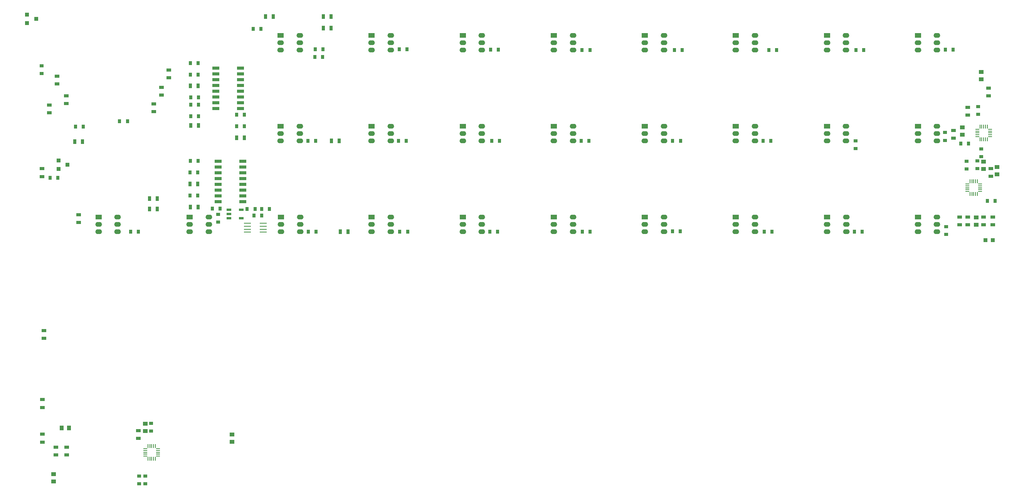
<source format=gtp>
%FSLAX33Y33*%
%MOMM*%
%AMRect-W741421-H941421-RO1.000*
21,1,0.741421,0.941421,0.,0.,180*%
%AMRR-H1089615-W1469615-R544807-RO0.000*
21,1,0.380001,1.089615,0.,0.,360*
21,1,1.469615,0.000001,0.,0.,360*
1,1,1.089614,-0.1900005,0.0000005*
1,1,1.089614,0.1900005,0.0000005*
1,1,1.089614,0.1900005,-0.0000005*
1,1,1.089614,-0.1900005,-0.0000005*%
%AMRR-H192474-W893701-R96237-RO0.000*
21,1,0.701227,0.192474,0.,0.,360*
1,1,0.192474,-0.3506135,0.*
1,1,0.192474,0.3506135,0.*
1,1,0.192474,0.3506135,-0.*
1,1,0.192474,-0.3506135,0.*%
%AMRR-H893701-W192474-R96237-RO0.000*
21,1,0.192474,0.701227,0.,0.,360*
1,1,0.192474,0.,0.3506135*
1,1,0.192474,0.,0.3506135*
1,1,0.192474,0.,-0.3506135*
1,1,0.192474,-0.,-0.3506135*%
%AMRect-W670710-H870710-RO0.500*
21,1,0.67071,0.87071,0.,0.,270*%
%AMRect-W842120-H941421-RO0.500*
21,1,0.84212,0.941421,0.,0.,270*%
%AMRect-W741421-H941421-RO1.500*
21,1,0.741421,0.941421,0.,0.,90*%
%AMRect-W800000-H900000-RO0.500*
21,1,0.8,0.9,0.,0.,270*%
%AMRect-W741421-H941421-RO0.500*
21,1,0.741421,0.941421,0.,0.,270*%
%AMRect-W670710-H870710-RO1.000*
21,1,0.67071,0.87071,0.,0.,180*%
%AMRect-W842120-H941421-RO1.500*
21,1,0.84212,0.941421,0.,0.,90*%
%AMRect-W670710-H870710-RO1.500*
21,1,0.67071,0.87071,0.,0.,90*%
%AMRect-W893701-H192474-RO1.000*
21,1,0.893701,0.192474,0.,0.,180*%
%AMRR-H192474-W893701-R96237-RO1.000*
21,1,0.701227,0.192474,0.,0.,180*
1,1,0.192474,0.3506135,-0.*
1,1,0.192474,-0.3506135,-0.*
1,1,0.192474,-0.3506135,0.*
1,1,0.192474,0.3506135,0.*%
%AMRR-H893701-W192474-R96237-RO1.000*
21,1,0.192474,0.701227,0.,0.,180*
1,1,0.192474,0.,-0.3506135*
1,1,0.192474,-0.,-0.3506135*
1,1,0.192474,-0.,0.3506135*
1,1,0.192474,0.,0.3506135*%
%AMRect-W842120-H941421-RO1.000*
21,1,0.84212,0.941421,0.,0.,180*%
%AMRect-W600000-H1500000-RO1.500*
21,1,0.6,1.5,0.,0.,90*%
%AMRR-H250000-W1550000-R125000-RO0.000*
21,1,1.3,0.25,0.,0.,360*
1,1,0.25,-0.65,0.*
1,1,0.25,0.65,0.*
1,1,0.25,0.65,-0.*
1,1,0.25,-0.65,0.*%
%ADD10Rect-W741421-H941421-RO1.000*%
%ADD11R,0.67071X0.87071*%
%ADD12R,1.469615X1.089615*%
%ADD13RR-H1089615-W1469615-R544807-RO0.000*%
%ADD14R,0.741421X0.941421*%
%ADD15R,0.893701X0.192474*%
%ADD16RR-H192474-W893701-R96237-RO0.000*%
%ADD17RR-H893701-W192474-R96237-RO0.000*%
%ADD18Rect-W670710-H870710-RO0.500*%
%ADD19Rect-W842120-H941421-RO0.500*%
%ADD20Rect-W741421-H941421-RO1.500*%
%ADD21Rect-W800000-H900000-RO0.500*%
%ADD22Rect-W741421-H941421-RO0.500*%
%ADD23Rect-W670710-H870710-RO1.000*%
%ADD24Rect-W842120-H941421-RO1.500*%
%ADD25Rect-W670710-H870710-RO1.500*%
%ADD26Rect-W893701-H192474-RO1.000*%
%ADD27RR-H192474-W893701-R96237-RO1.000*%
%ADD28RR-H893701-W192474-R96237-RO1.000*%
%ADD29R,1.05X0.6*%
%ADD30Rect-W842120-H941421-RO1.000*%
%ADD31Rect-W600000-H1500000-RO1.500*%
%ADD32R,0.84212X0.941421*%
%ADD33R,1.55X0.25*%
%ADD34RR-H250000-W1550000-R125000-RO0.000*%
D10*
%LNtop paste_traces*%
%LNtop paste component 2cb417fd89b64ff1*%
G01*
X68985Y125755D03*
X67285Y125755D03*
%LNtop paste component cb32256eb6e29e30*%
D11*
X84075Y78445D03*
X85775Y78445D03*
%LNtop paste component 50e8ad344c7d4b8f*%
D12*
X177900Y101645D03*
D13*
X182100Y98445D03*
X177900Y98445D03*
X182100Y101645D03*
X182100Y100045D03*
X177900Y100045D03*
%LNtop paste component 87d4757989b5faab*%
D14*
X48204Y104205D03*
X49904Y104205D03*
%LNtop paste component ac3db5670584ae1c*%
D15*
X210936Y100975D03*
D16*
X210936Y100575D03*
X210936Y100175D03*
X210936Y99775D03*
X210936Y99375D03*
X213714Y99375D03*
X213714Y99775D03*
X213714Y100175D03*
X213714Y100575D03*
X213714Y100975D03*
D17*
X211525Y98786D03*
X211925Y98786D03*
X212325Y98786D03*
X212725Y98786D03*
X213125Y98786D03*
X213125Y101564D03*
X212725Y101564D03*
X212325Y101564D03*
X211925Y101564D03*
X211525Y101564D03*
%LNtop paste component b027ff144b44c17e*%
D18*
X211793Y96669D03*
X211793Y94969D03*
%LNtop paste component 208970e27ef767f2*%
D12*
X97900Y121645D03*
D13*
X102100Y118445D03*
X97900Y118445D03*
X102100Y121645D03*
X102100Y120045D03*
X97900Y120045D03*
%LNtop paste component e6c093e4fb0ef7fd*%
D12*
X137900Y101645D03*
D13*
X142100Y98445D03*
X137900Y98445D03*
X142100Y101645D03*
X142100Y100045D03*
X137900Y100045D03*
%LNtop paste component cb78a816f7b119bb*%
D19*
X8029Y25075D03*
X8029Y23475D03*
%LNtop paste component 7f1e47caf152ae98*%
D11*
X65480Y118554D03*
X67180Y118554D03*
%LNtop paste component 58a1288a180aeb08*%
D20*
X207025Y79938D03*
X207025Y81638D03*
%LNtop paste component 101642b7feb7559f*%
D11*
X63950Y78450D03*
X65650Y78450D03*
%LNtop paste component 4aa0ec8f7d4abd44*%
X104300Y98445D03*
X106000Y98445D03*
%LNtop paste component 5dcb23a1593b6b07*%
D21*
X2200Y126200D03*
X2200Y124300D03*
X4200Y125250D03*
%LNtop paste component 39d65e26780576d4*%
D11*
X164150Y78445D03*
X165850Y78445D03*
%LNtop paste component d38423d823e8d2e1*%
D12*
X17900Y81645D03*
D13*
X22100Y78445D03*
X17900Y78445D03*
X22100Y81645D03*
X22100Y80045D03*
X17900Y80045D03*
%LNtop paste component 6f74c3785349d0d5*%
D11*
X124175Y78445D03*
X125875Y78445D03*
%LNtop paste component 26c1b4b607a29686*%
D18*
X5375Y114925D03*
X5375Y113225D03*
%LNtop paste component 7d0a4e2d061378cf*%
D10*
X39748Y83885D03*
X38048Y83885D03*
%LNtop paste component 19b7ae7034783336*%
D22*
X214348Y81705D03*
X214348Y80005D03*
%LNtop paste component 3cf36ddb64d95e52*%
D20*
X212350Y80005D03*
X212350Y81705D03*
%LNtop paste component 8ce11e64e60d2ce9*%
D11*
X144000Y78554D03*
X145700Y78554D03*
%LNtop paste component ab15ae813f6f3aa1*%
X184275Y118450D03*
X185975Y118450D03*
%LNtop paste component 0e368f23a025e6cc*%
X63900Y98445D03*
X65600Y98445D03*
%LNtop paste component 01c29c7f8cfffb4b*%
X83950Y118575D03*
X85650Y118575D03*
%LNtop paste component 32cc1e32022eae04*%
D20*
X7050Y104625D03*
X7050Y106325D03*
%LNtop paste component e85196ca949464c4*%
D23*
X39819Y106385D03*
X38119Y106385D03*
%LNtop paste component ab2fc442c780097c*%
D24*
X211800Y111951D03*
X211800Y113550D03*
%LNtop paste component 2e9ef28c2831b1bc*%
D12*
X57972Y81645D03*
D13*
X62172Y78445D03*
X57972Y78445D03*
X62172Y81645D03*
X62172Y80045D03*
X57972Y80045D03*
%LNtop paste component 28689b4c8158a79f*%
D10*
X72700Y78445D03*
X71000Y78445D03*
%LNtop paste component 7b562a51c2d66994*%
D11*
X104050Y118475D03*
X105750Y118475D03*
%LNtop paste component 44887bd3d44aa71f*%
D22*
X8745Y112675D03*
X8745Y110975D03*
%LNtop paste component 98269289897f6ba6*%
D18*
X210985Y94005D03*
X210985Y92305D03*
%LNtop paste component 422269f795c4b49e*%
D24*
X47200Y32250D03*
X47200Y33850D03*
%LNtop paste component a86400f42089c71c*%
D11*
X144025Y98445D03*
X145725Y98445D03*
%LNtop paste component e784ba3ac1935508*%
D20*
X31700Y108466D03*
X31700Y110166D03*
%LNtop paste component c74a98aa77dc13b3*%
D11*
X24930Y78445D03*
X26630Y78445D03*
%LNtop paste component 43a2ab67652ac8d7*%
D25*
X203875Y98550D03*
X203875Y100250D03*
%LNtop paste component af7c4f35f2bc9333*%
D24*
X210717Y79955D03*
X210717Y81554D03*
%LNtop paste component b8b07e4af1db7061*%
D10*
X56285Y125755D03*
X54585Y125755D03*
%LNtop paste component 4084996067ccbf65*%
D26*
X211539Y87325D03*
D27*
X211539Y87725D03*
X211539Y88125D03*
X211539Y88525D03*
X211539Y88925D03*
X208761Y88925D03*
X208761Y88525D03*
X208761Y88125D03*
X208761Y87725D03*
X208761Y87325D03*
D28*
X210950Y89514D03*
X210550Y89514D03*
X210150Y89514D03*
X209750Y89514D03*
X209350Y89514D03*
X209350Y86736D03*
X209750Y86736D03*
X210150Y86736D03*
X210550Y86736D03*
X210950Y86736D03*
%LNtop paste component 110faed1cc146b02*%
D20*
X33300Y112326D03*
X33300Y114026D03*
%LNtop paste component 9606dd0b3b4181df*%
D25*
X44175Y80590D03*
X44175Y82290D03*
%LNtop paste component 22e543a28086d96e*%
D10*
X68985Y123215D03*
X67285Y123215D03*
%LNtop paste component 5baf418b44386f3e*%
X39819Y101841D03*
X38119Y101841D03*
%LNtop paste component 0711ebfc8202c0ed*%
D11*
X144400Y118425D03*
X146100Y118425D03*
%LNtop paste component ffb1b8a22baaf954*%
D21*
X9085Y94150D03*
X9085Y92250D03*
X11085Y93200D03*
%LNtop paste component 51d1d5a90901b739*%
D29*
X46510Y83300D03*
X46510Y82350D03*
X46510Y81400D03*
X49210Y81400D03*
X49210Y83300D03*
%LNtop paste component 116d0418d04e5f4f*%
D11*
X103850Y78455D03*
X105550Y78455D03*
%LNtop paste component 14933e70956be4d4*%
D30*
X11396Y35304D03*
X9797Y35304D03*
%LNtop paste component a9a86f59fad873e5*%
D18*
X28173Y24715D03*
X28173Y23015D03*
%LNtop paste component b8f167eb817f45c9*%
D22*
X13490Y82145D03*
X13490Y80445D03*
%LNtop paste component 8d538f7f95303938*%
D31*
X49575Y85030D03*
X49575Y86300D03*
X49575Y87570D03*
X49575Y88840D03*
X49575Y90110D03*
X49575Y91380D03*
X49575Y92650D03*
X49575Y93920D03*
X44175Y93920D03*
X44175Y92650D03*
X44175Y91380D03*
X44175Y90110D03*
X44175Y88840D03*
X44175Y87570D03*
X44175Y86300D03*
X44175Y85030D03*
%LNtop paste component 8d773e40d9ff8c97*%
D14*
X51867Y123047D03*
X53567Y123047D03*
%LNtop paste component 362fc440c7609de4*%
D12*
X77900Y121645D03*
D13*
X82100Y118445D03*
X77900Y118445D03*
X82100Y121645D03*
X82100Y120045D03*
X77900Y120045D03*
%LNtop paste component 2855dc77c2e8dde1*%
D11*
X7265Y90315D03*
X8965Y90315D03*
%LNtop paste component 22777a1fd5ef78f6*%
D12*
X157900Y81645D03*
D13*
X162100Y78445D03*
X157900Y78445D03*
X162100Y81645D03*
X162100Y80045D03*
X157900Y80045D03*
%LNtop paste component 3f34ece6ffbf9a07*%
D11*
X50549Y83414D03*
X52249Y83414D03*
%LNtop paste component 1b8cbfd094050d32*%
D12*
X97900Y81645D03*
D13*
X102100Y78445D03*
X97900Y78445D03*
X102100Y81645D03*
X102100Y80045D03*
X97900Y80045D03*
%LNtop paste component f89053a2e4f60840*%
D22*
X5560Y33875D03*
X5560Y32175D03*
%LNtop paste component 76f14d7369327f0d*%
D18*
X211090Y105990D03*
X211090Y104290D03*
%LNtop paste component 5a332b9c7c6b454e*%
D20*
X8500Y29310D03*
X8500Y31010D03*
%LNtop paste component 3d096520bff5873b*%
D22*
X205725Y100745D03*
X205725Y99045D03*
%LNtop paste component 0b32193e593047df*%
D12*
X177950Y81650D03*
D13*
X182150Y78450D03*
X177950Y78450D03*
X182150Y81650D03*
X182150Y80050D03*
X177950Y80050D03*
%LNtop paste component 5ebd81450b63c694*%
D12*
X37900Y81645D03*
D13*
X42100Y78445D03*
X37900Y78445D03*
X42100Y81645D03*
X42100Y80045D03*
X37900Y80045D03*
%LNtop paste component 3244838e2437b951*%
D22*
X5850Y56710D03*
X5850Y55010D03*
%LNtop paste component 4d63013c9b8810b0*%
D19*
X28138Y36177D03*
X28138Y34577D03*
%LNtop paste component 4705e07a40114c09*%
D14*
X37999Y86425D03*
X39699Y86425D03*
%LNtop paste component b486b3018109de37*%
D12*
X177900Y121645D03*
D13*
X182100Y118445D03*
X177900Y118445D03*
X182100Y121645D03*
X182100Y120045D03*
X177900Y120045D03*
%LNtop paste component 01015ca45b8bb0bc*%
D10*
X70775Y98455D03*
X69075Y98455D03*
%LNtop paste component ef78370791fd3d8b*%
X39699Y88965D03*
X37999Y88965D03*
%LNtop paste component e572c9809e58cf0f*%
D12*
X117900Y101645D03*
D13*
X122100Y98445D03*
X117900Y98445D03*
X122100Y101645D03*
X122100Y100045D03*
X117900Y100045D03*
%LNtop paste component 2acf0be01d619105*%
D12*
X77900Y81645D03*
D13*
X82100Y78445D03*
X77900Y78445D03*
X82100Y81645D03*
X82100Y80045D03*
X77900Y80045D03*
%LNtop paste component 6df6cc68a2bdf09c*%
D11*
X124125Y118425D03*
X125825Y118425D03*
%LNtop paste component ad1c61057d5f85b7*%
D12*
X197900Y81645D03*
D13*
X202100Y78445D03*
X197900Y78445D03*
X202100Y81645D03*
X202100Y80045D03*
X197900Y80045D03*
%LNtop paste component ab6498ba432a0b55*%
D14*
X12850Y101525D03*
X14550Y101525D03*
%LNtop paste component 0cff4b9a53bad90f*%
D12*
X157900Y121645D03*
D13*
X162100Y118445D03*
X157900Y118445D03*
X162100Y121645D03*
X162100Y120045D03*
X157900Y120045D03*
%LNtop paste component ca5038e2ccbbc460*%
D12*
X197900Y121645D03*
D13*
X202100Y118445D03*
X197900Y118445D03*
X202100Y121645D03*
X202100Y120045D03*
X197900Y120045D03*
%LNtop paste component e20cf9e83588ac86*%
D32*
X212699Y76581D03*
X214299Y76581D03*
%LNtop paste component 00c8401b6cf4bd8f*%
D18*
X204125Y79567D03*
X204125Y77867D03*
%LNtop paste component 9fbf70fbd30795f4*%
D23*
X53695Y81960D03*
X51995Y81960D03*
%LNtop paste component f2b8dcf9fc5b61b9*%
D11*
X203900Y118500D03*
X205600Y118500D03*
%LNtop paste component 1aa80e2305d3c3f5*%
D14*
X65396Y116850D03*
X67096Y116850D03*
%LNtop paste component 4f76a2a9eaa2a2fe*%
D12*
X97900Y101645D03*
D13*
X102100Y98445D03*
X97900Y98445D03*
X102100Y101645D03*
X102100Y100045D03*
X97900Y100045D03*
%LNtop paste component e8b37e7f08e4b4ce*%
D10*
X49904Y99125D03*
X48204Y99125D03*
%LNtop paste component 3da4608edc6e80ef*%
D23*
X214856Y85200D03*
X213156Y85200D03*
%LNtop paste component 1376364b9f4b7526*%
D31*
X49075Y105555D03*
X49075Y106825D03*
X49075Y108095D03*
X49075Y109365D03*
X49075Y110635D03*
X49075Y111905D03*
X49075Y113175D03*
X49075Y114445D03*
X43675Y114445D03*
X43675Y113175D03*
X43675Y111905D03*
X43675Y110635D03*
X43675Y109365D03*
X43675Y108095D03*
X43675Y106825D03*
X43675Y105555D03*
%LNtop paste component 7e7211f8812d17fd*%
D25*
X26775Y23015D03*
X26775Y24715D03*
%LNtop paste component 264957ead632d6c1*%
D10*
X30799Y85725D03*
X29099Y85725D03*
%LNtop paste component bfe6143774099665*%
D14*
X38048Y94045D03*
X39748Y94045D03*
%LNtop paste component 80fbe409ce6ad601*%
D11*
X53695Y83436D03*
X55395Y83436D03*
%LNtop paste component 92ba980cb6ada6c2*%
D12*
X57900Y121645D03*
D13*
X62100Y118445D03*
X57900Y118445D03*
X62100Y121645D03*
X62100Y120045D03*
X57900Y120045D03*
%LNtop paste component e2b7cb41e3b42ff7*%
D11*
X207340Y97827D03*
X209040Y97827D03*
%LNtop paste component db7c6cb3d87cf7fe*%
D12*
X137900Y81645D03*
D13*
X142100Y78445D03*
X137900Y78445D03*
X142100Y81645D03*
X142100Y80045D03*
X137900Y80045D03*
%LNtop paste component a3a28f654af52e6d*%
D24*
X207635Y99775D03*
X207635Y101374D03*
%LNtop paste component c928a8fc3e3d20d2*%
D12*
X77900Y101645D03*
D13*
X82100Y98445D03*
X77900Y98445D03*
X82100Y101645D03*
X82100Y100045D03*
X77900Y100045D03*
%LNtop paste component b3d7406c263ee182*%
D12*
X157900Y101645D03*
D13*
X162100Y98445D03*
X157900Y98445D03*
X162100Y101645D03*
X162100Y100045D03*
X157900Y100045D03*
%LNtop paste component 037ab21f56739a3d*%
D11*
X123900Y98445D03*
X125600Y98445D03*
%LNtop paste component 652fff0cf240bfb2*%
D19*
X212296Y93825D03*
X212296Y92225D03*
%LNtop paste component 707e6c11d1cca362*%
D14*
X48204Y101665D03*
X49904Y101665D03*
%LNtop paste component c1f03332e9856203*%
D22*
X10860Y31010D03*
X10860Y29310D03*
%LNtop paste component 5b22a68f09ffcba4*%
D20*
X26613Y32961D03*
X26613Y34661D03*
%LNtop paste component 5f39a1bbc8e10a34*%
D18*
X29451Y36262D03*
X29451Y34562D03*
%LNtop paste component 17d3a0ee983cedc9*%
D14*
X37999Y91505D03*
X39699Y91505D03*
%LNtop paste component 7c5862ef05c6b57e*%
D22*
X30000Y106596D03*
X30000Y104896D03*
%LNtop paste component d66d5715dd5ea0f6*%
D11*
X183912Y78450D03*
X185612Y78450D03*
%LNtop paste component 3ee2067a7940f73c*%
D14*
X38040Y112992D03*
X39740Y112992D03*
%LNtop paste component c3bb4e8e86108661*%
D12*
X117900Y81645D03*
D13*
X122100Y78445D03*
X117900Y78445D03*
X122100Y81645D03*
X122100Y80045D03*
X117900Y80045D03*
%LNtop paste component b89bd2635b4bd775*%
D11*
X165125Y118450D03*
X166825Y118450D03*
%LNtop paste component 4039f8620c22d145*%
D18*
X184200Y98445D03*
X184200Y96745D03*
%LNtop paste component 1090ed080a1beb2c*%
D11*
X83800Y98445D03*
X85500Y98445D03*
%LNtop paste component d72e272e4740b0c6*%
D22*
X10800Y108310D03*
X10800Y106610D03*
%LNtop paste component 49beb2a2a790b48d*%
D20*
X213925Y90615D03*
X213925Y92315D03*
%LNtop paste component 66a2352ef12547e6*%
D10*
X14400Y98275D03*
X12700Y98275D03*
%LNtop paste component ddb2af37f6a94b60*%
D12*
X57900Y101645D03*
D13*
X62100Y98445D03*
X57900Y98445D03*
X62100Y101645D03*
X62100Y100045D03*
X57900Y100045D03*
%LNtop paste component b52b50502c51dacb*%
D12*
X197900Y101645D03*
D13*
X202100Y98445D03*
X197900Y98445D03*
X202100Y101645D03*
X202100Y100045D03*
X197900Y100045D03*
%LNtop paste component afb2019f5953c4e2*%
D14*
X38119Y107997D03*
X39819Y107997D03*
%LNtop paste component 807992e83262e177*%
D12*
X117900Y121645D03*
D13*
X122100Y118445D03*
X117900Y118445D03*
X122100Y121645D03*
X122100Y120045D03*
X117900Y120045D03*
%LNtop paste component e7393894ce705798*%
D14*
X38119Y103825D03*
X39819Y103825D03*
%LNtop paste component e182ecc0a0b9ab00*%
D11*
X163850Y98445D03*
X165550Y98445D03*
%LNtop paste component 9838140f6d8fc3a3*%
D10*
X30750Y83425D03*
X29050Y83425D03*
%LNtop paste component 19f5bff069822602*%
D25*
X208590Y92210D03*
X208590Y93910D03*
%LNtop paste component 4de6dc9ddc697575*%
D22*
X213404Y110040D03*
X213404Y108340D03*
%LNtop paste component e90434b9302ec0b9*%
D14*
X38040Y115541D03*
X39740Y115541D03*
%LNtop paste component 76e5300c46c5832f*%
D24*
X215265Y91098D03*
X215265Y92697D03*
%LNtop paste component 7916e5d6367009bd*%
D15*
X28161Y30675D03*
D16*
X28161Y30275D03*
X28161Y29875D03*
X28161Y29475D03*
X28161Y29075D03*
X30939Y29075D03*
X30939Y29475D03*
X30939Y29875D03*
X30939Y30275D03*
X30939Y30675D03*
D17*
X28750Y28486D03*
X29150Y28486D03*
X29550Y28486D03*
X29950Y28486D03*
X30350Y28486D03*
X30350Y31264D03*
X29950Y31264D03*
X29550Y31264D03*
X29150Y31264D03*
X28750Y31264D03*
%LNtop paste component 42107fc99cd43302*%
D14*
X22525Y102781D03*
X24225Y102781D03*
%LNtop paste component fca1a590c33dcb53*%
D22*
X5450Y92290D03*
X5450Y90590D03*
%LNtop paste component 175f9e2f385f0166*%
D20*
X208875Y104125D03*
X208875Y105825D03*
%LNtop paste component 45386d5e65213c57*%
X5540Y39790D03*
X5540Y41490D03*
%LNtop paste component 8d9dea7f49d2440b*%
D33*
X50636Y80290D03*
D34*
X50636Y78340D03*
X50636Y78990D03*
X50636Y79640D03*
X54036Y78340D03*
X54036Y78990D03*
X54036Y79640D03*
X54036Y80290D03*
%LNtop paste component 4cda8897de2b8f63*%
D10*
X39740Y110537D03*
X38040Y110537D03*
%LNtop paste component cf01b5d8126ae9b4*%
D12*
X137900Y121645D03*
D13*
X142100Y118445D03*
X137900Y118445D03*
X142100Y121645D03*
X142100Y120045D03*
X137900Y120045D03*
%LNtop paste component 58632b713c9df017*%
D11*
X42890Y83550D03*
X44590Y83550D03*
%LNtop paste component fcb33d2da6a8351b*%
D20*
X208879Y79938D03*
X208879Y81638D03*
M02*
</source>
